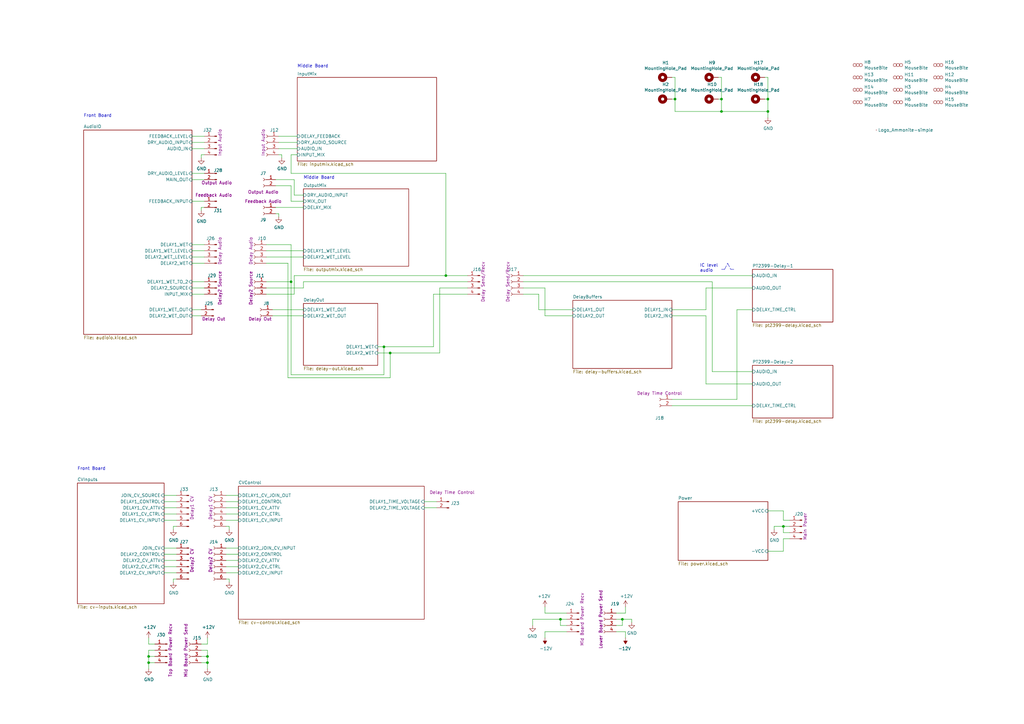
<source format=kicad_sch>
(kicad_sch (version 20211123) (generator eeschema)
  (paper "A3")
  (title_block (title "Dual Digi Delay") (date "2022-03-04") (rev "v05") (comment 2 "creativecommons.org/licenses/by/4.0/") (comment 3 "License: CC BY 4.0") (comment 4 "Author: Guy John"))
  (lib_symbols
    (symbol "Board_Hardware:Logo_Ammonite-simple" (pin_numbers hide) (pin_names (offset 0) hide)
      (property "Value" "Logo_Ammonite-simple" (at -1.27 -1.27 0))
      (symbol "Logo_Ammonite-simple_0_1"
        (circle (center 0 0) (radius 0.0001))
      )
    )
    (symbol "Connector:Conn_01x02_Female" (pin_names (offset 1.016) hide)
      (property "Reference" "J" (at 0 2.54 0))
      (property "Value" "Conn_01x02_Female" (at 0 -5.08 0))
      (symbol "Conn_01x02_Female_1_1"
        (arc (start 0 -2.032) (mid -0.508 -2.54) (end 0 -3.048) (stroke (width 0.1524)))
        (polyline (pts (xy -1.27 -2.54) (xy -0.508 -2.54)) (stroke (width 0.1524)))
        (polyline (pts (xy -1.27 0) (xy -0.508 0)) (stroke (width 0.1524)))
        (arc (start 0 0.508) (mid -0.508 0) (end 0 -0.508) (stroke (width 0.1524)))
        (pin passive line (at -5.08 0 0) (length 3.81) (name "Pin_1") (number "1"))
        (pin passive line (at -5.08 -2.54 0) (length 3.81) (name "Pin_2") (number "2"))
      )
    )
    (symbol "Connector:Conn_01x02_Male" (pin_names (offset 1.016) hide)
      (property "Reference" "J" (at 0 2.54 0))
      (property "Value" "Conn_01x02_Male" (at 0 -5.08 0))
      (symbol "Conn_01x02_Male_1_1"
        (polyline (pts (xy 1.27 -2.54) (xy 0.8636 -2.54)) (stroke (width 0.1524)))
        (polyline (pts (xy 1.27 0) (xy 0.8636 0)) (stroke (width 0.1524)))
        (rectangle (start 0.8636 -2.413) (end 0 -2.667) (stroke (width 0.1524)) (fill (type outline)))
        (rectangle (start 0.8636 0.127) (end 0 -0.127) (stroke (width 0.1524)) (fill (type outline)))
        (pin passive line (at 5.08 0 180) (length 3.81) (name "Pin_1") (number "1"))
        (pin passive line (at 5.08 -2.54 180) (length 3.81) (name "Pin_2") (number "2"))
      )
    )
    (symbol "Connector:Conn_01x03_Female" (pin_names (offset 1.016) hide)
      (property "Reference" "J" (at 0 5.08 0))
      (property "Value" "Conn_01x03_Female" (at 0 -5.08 0))
      (symbol "Conn_01x03_Female_1_1"
        (arc (start 0 -2.032) (mid -0.508 -2.54) (end 0 -3.048) (stroke (width 0.1524)))
        (polyline (pts (xy -1.27 -2.54) (xy -0.508 -2.54)) (stroke (width 0.1524)))
        (polyline (pts (xy -1.27 0) (xy -0.508 0)) (stroke (width 0.1524)))
        (polyline (pts (xy -1.27 2.54) (xy -0.508 2.54)) (stroke (width 0.1524)))
        (arc (start 0 0.508) (mid -0.508 0) (end 0 -0.508) (stroke (width 0.1524)))
        (arc (start 0 3.048) (mid -0.508 2.54) (end 0 2.032) (stroke (width 0.1524)))
        (pin passive line (at -5.08 2.54 0) (length 3.81) (name "Pin_1") (number "1"))
        (pin passive line (at -5.08 0 0) (length 3.81) (name "Pin_2") (number "2"))
        (pin passive line (at -5.08 -2.54 0) (length 3.81) (name "Pin_3") (number "3"))
      )
    )
    (symbol "Connector:Conn_01x03_Male" (pin_names (offset 1.016) hide)
      (property "Reference" "J" (at 0 5.08 0))
      (property "Value" "Conn_01x03_Male" (at 0 -5.08 0))
      (symbol "Conn_01x03_Male_1_1"
        (polyline (pts (xy 1.27 -2.54) (xy 0.8636 -2.54)) (stroke (width 0.1524)))
        (polyline (pts (xy 1.27 0) (xy 0.8636 0)) (stroke (width 0.1524)))
        (polyline (pts (xy 1.27 2.54) (xy 0.8636 2.54)) (stroke (width 0.1524)))
        (rectangle (start 0.8636 -2.413) (end 0 -2.667) (stroke (width 0.1524)) (fill (type outline)))
        (rectangle (start 0.8636 0.127) (end 0 -0.127) (stroke (width 0.1524)) (fill (type outline)))
        (rectangle (start 0.8636 2.667) (end 0 2.413) (stroke (width 0.1524)) (fill (type outline)))
        (pin passive line (at 5.08 2.54 180) (length 3.81) (name "Pin_1") (number "1"))
        (pin passive line (at 5.08 0 180) (length 3.81) (name "Pin_2") (number "2"))
        (pin passive line (at 5.08 -2.54 180) (length 3.81) (name "Pin_3") (number "3"))
      )
    )
    (symbol "Connector:Conn_01x04_Female" (pin_names (offset 1.016) hide)
      (property "Reference" "J" (at 0 5.08 0))
      (property "Value" "Conn_01x04_Female" (at 0 -7.62 0))
      (symbol "Conn_01x04_Female_1_1"
        (arc (start 0 -4.572) (mid -0.508 -5.08) (end 0 -5.588) (stroke (width 0.1524)))
        (arc (start 0 -2.032) (mid -0.508 -2.54) (end 0 -3.048) (stroke (width 0.1524)))
        (polyline (pts (xy -1.27 -5.08) (xy -0.508 -5.08)) (stroke (width 0.1524)))
        (polyline (pts (xy -1.27 -2.54) (xy -0.508 -2.54)) (stroke (width 0.1524)))
        (polyline (pts (xy -1.27 0) (xy -0.508 0)) (stroke (width 0.1524)))
        (polyline (pts (xy -1.27 2.54) (xy -0.508 2.54)) (stroke (width 0.1524)))
        (arc (start 0 0.508) (mid -0.508 0) (end 0 -0.508) (stroke (width 0.1524)))
        (arc (start 0 3.048) (mid -0.508 2.54) (end 0 2.032) (stroke (width 0.1524)))
        (pin passive line (at -5.08 2.54 0) (length 3.81) (name "Pin_1") (number "1"))
        (pin passive line (at -5.08 0 0) (length 3.81) (name "Pin_2") (number "2"))
        (pin passive line (at -5.08 -2.54 0) (length 3.81) (name "Pin_3") (number "3"))
        (pin passive line (at -5.08 -5.08 0) (length 3.81) (name "Pin_4") (number "4"))
      )
    )
    (symbol "Connector:Conn_01x04_Male" (pin_names (offset 1.016) hide)
      (property "Reference" "J" (at 0 5.08 0))
      (property "Value" "Conn_01x04_Male" (at 0 -7.62 0))
      (symbol "Conn_01x04_Male_1_1"
        (polyline (pts (xy 1.27 -5.08) (xy 0.8636 -5.08)) (stroke (width 0.1524)))
        (polyline (pts (xy 1.27 -2.54) (xy 0.8636 -2.54)) (stroke (width 0.1524)))
        (polyline (pts (xy 1.27 0) (xy 0.8636 0)) (stroke (width 0.1524)))
        (polyline (pts (xy 1.27 2.54) (xy 0.8636 2.54)) (stroke (width 0.1524)))
        (rectangle (start 0.8636 -4.953) (end 0 -5.207) (stroke (width 0.1524)) (fill (type outline)))
        (rectangle (start 0.8636 -2.413) (end 0 -2.667) (stroke (width 0.1524)) (fill (type outline)))
        (rectangle (start 0.8636 0.127) (end 0 -0.127) (stroke (width 0.1524)) (fill (type outline)))
        (rectangle (start 0.8636 2.667) (end 0 2.413) (stroke (width 0.1524)) (fill (type outline)))
        (pin passive line (at 5.08 2.54 180) (length 3.81) (name "Pin_1") (number "1"))
        (pin passive line (at 5.08 0 180) (length 3.81) (name "Pin_2") (number "2"))
        (pin passive line (at 5.08 -2.54 180) (length 3.81) (name "Pin_3") (number "3"))
        (pin passive line (at 5.08 -5.08 180) (length 3.81) (name "Pin_4") (number "4"))
      )
    )
    (symbol "Connector:Conn_01x06_Female" (pin_names (offset 1.016) hide)
      (property "Reference" "J" (at 0 7.62 0))
      (property "Value" "Conn_01x06_Female" (at 0 -10.16 0))
      (symbol "Conn_01x06_Female_1_1"
        (arc (start 0 -7.112) (mid -0.508 -7.62) (end 0 -8.128) (stroke (width 0.1524)))
        (arc (start 0 -4.572) (mid -0.508 -5.08) (end 0 -5.588) (stroke (width 0.1524)))
        (arc (start 0 -2.032) (mid -0.508 -2.54) (end 0 -3.048) (stroke (width 0.1524)))
        (polyline (pts (xy -1.27 -7.62) (xy -0.508 -7.62)) (stroke (width 0.1524)))
        (polyline (pts (xy -1.27 -5.08) (xy -0.508 -5.08)) (stroke (width 0.1524)))
        (polyline (pts (xy -1.27 -2.54) (xy -0.508 -2.54)) (stroke (width 0.1524)))
        (polyline (pts (xy -1.27 0) (xy -0.508 0)) (stroke (width 0.1524)))
        (polyline (pts (xy -1.27 2.54) (xy -0.508 2.54)) (stroke (width 0.1524)))
        (polyline (pts (xy -1.27 5.08) (xy -0.508 5.08)) (stroke (width 0.1524)))
        (arc (start 0 0.508) (mid -0.508 0) (end 0 -0.508) (stroke (width 0.1524)))
        (arc (start 0 3.048) (mid -0.508 2.54) (end 0 2.032) (stroke (width 0.1524)))
        (arc (start 0 5.588) (mid -0.508 5.08) (end 0 4.572) (stroke (width 0.1524)))
        (pin passive line (at -5.08 5.08 0) (length 3.81) (name "Pin_1") (number "1"))
        (pin passive line (at -5.08 2.54 0) (length 3.81) (name "Pin_2") (number "2"))
        (pin passive line (at -5.08 0 0) (length 3.81) (name "Pin_3") (number "3"))
        (pin passive line (at -5.08 -2.54 0) (length 3.81) (name "Pin_4") (number "4"))
        (pin passive line (at -5.08 -5.08 0) (length 3.81) (name "Pin_5") (number "5"))
        (pin passive line (at -5.08 -7.62 0) (length 3.81) (name "Pin_6") (number "6"))
      )
    )
    (symbol "Connector:Conn_01x06_Male" (pin_names (offset 1.016) hide)
      (property "Reference" "J" (at 0 7.62 0))
      (property "Value" "Conn_01x06_Male" (at 0 -10.16 0))
      (symbol "Conn_01x06_Male_1_1"
        (polyline (pts (xy 1.27 -7.62) (xy 0.8636 -7.62)) (stroke (width 0.1524)))
        (polyline (pts (xy 1.27 -5.08) (xy 0.8636 -5.08)) (stroke (width 0.1524)))
        (polyline (pts (xy 1.27 -2.54) (xy 0.8636 -2.54)) (stroke (width 0.1524)))
        (polyline (pts (xy 1.27 0) (xy 0.8636 0)) (stroke (width 0.1524)))
        (polyline (pts (xy 1.27 2.54) (xy 0.8636 2.54)) (stroke (width 0.1524)))
        (polyline (pts (xy 1.27 5.08) (xy 0.8636 5.08)) (stroke (width 0.1524)))
        (rectangle (start 0.8636 -7.493) (end 0 -7.747) (stroke (width 0.1524)) (fill (type outline)))
        (rectangle (start 0.8636 -4.953) (end 0 -5.207) (stroke (width 0.1524)) (fill (type outline)))
        (rectangle (start 0.8636 -2.413) (end 0 -2.667) (stroke (width 0.1524)) (fill (type outline)))
        (rectangle (start 0.8636 0.127) (end 0 -0.127) (stroke (width 0.1524)) (fill (type outline)))
        (rectangle (start 0.8636 2.667) (end 0 2.413) (stroke (width 0.1524)) (fill (type outline)))
        (rectangle (start 0.8636 5.207) (end 0 4.953) (stroke (width 0.1524)) (fill (type outline)))
        (pin passive line (at 5.08 5.08 180) (length 3.81) (name "Pin_1") (number "1"))
        (pin passive line (at 5.08 2.54 180) (length 3.81) (name "Pin_2") (number "2"))
        (pin passive line (at 5.08 0 180) (length 3.81) (name "Pin_3") (number "3"))
        (pin passive line (at 5.08 -2.54 180) (length 3.81) (name "Pin_4") (number "4"))
        (pin passive line (at 5.08 -5.08 180) (length 3.81) (name "Pin_5") (number "5"))
        (pin passive line (at 5.08 -7.62 180) (length 3.81) (name "Pin_6") (number "6"))
      )
    )
    (symbol "Mechanical:MountingHole_Pad" (pin_numbers hide) (pin_names (offset 1.016) hide)
      (property "Reference" "H" (at 0 6.35 0))
      (property "Value" "MountingHole_Pad" (at 0 4.445 0))
      (symbol "MountingHole_Pad_0_1"
        (circle (center 0 1.27) (radius 1.27) (stroke (width 1.27)))
      )
      (symbol "MountingHole_Pad_1_1"
        (pin input line (at 0 -2.54 90) (length 2.54) (name "1") (number "1"))
      )
    )
    (symbol "Panelization:MouseBite" (pin_names (offset 1.016))
      (property "Reference" "H" (at 0 2.54 0))
      (property "Value" "MouseBite" (at 0 -1.905 0))
      (symbol "MouseBite_0_1"
        (circle (center -1.27 0) (radius 0.635))
        (circle (center 0 0) (radius 0.635))
        (circle (center 1.27 0) (radius 0.635))
      )
    )
    (symbol "power:+12V" (power) (pin_names (offset 0))
      (property "Value" "+12V" (at 0 3.556 0))
      (symbol "+12V_0_1"
        (polyline (pts (xy -0.762 1.27) (xy 0 2.54)))
        (polyline (pts (xy 0 0) (xy 0 2.54)))
        (polyline (pts (xy 0 2.54) (xy 0.762 1.27)))
      )
      (symbol "+12V_1_1"
        (pin power_in line (at 0 0 90) (length 0) hide (name "+12V") (number "1"))
      )
    )
    (symbol "power:-12V" (power) (pin_names (offset 0))
      (property "Value" "-12V" (at 0 3.81 0))
      (symbol "-12V_0_0"
        (pin power_in line (at 0 0 90) (length 0) hide (name "-12V") (number "1"))
      )
      (symbol "-12V_0_1"
        (polyline (pts (xy 0 0) (xy 0 1.27) (xy 0.762 1.27) (xy 0 2.54) (xy -0.762 1.27) (xy 0 1.27)) (fill (type outline)))
      )
    )
    (symbol "power:GND" (power) (pin_names (offset 0))
      (property "Value" "GND" (at 0 -3.81 0))
      (symbol "GND_0_1"
        (polyline (pts (xy 0 0) (xy 0 -1.27) (xy 1.27 -1.27) (xy 0 -2.54) (xy -1.27 -1.27) (xy 0 -1.27)))
      )
      (symbol "GND_1_1"
        (pin power_in line (at 0 0 270) (length 0) hide (name "GND") (number "1"))
      )
    )
  )
  (junction (at 276.86 40.64))
  (junction (at 160.02 144.78))
  (junction (at 182.88 113.03))
  (junction (at 295.91 40.64))
  (junction (at 85.09 271.78))
  (junction (at 60.96 271.78))
  (junction (at 157.48 142.24))
  (junction (at 85.09 269.24))
  (junction (at 255.27 254))
  (junction (at 295.91 45.72))
  (junction (at 314.96 45.72))
  (junction (at 321.31 215.9))
  (junction (at 119.38 115.57))
  (junction (at 229.87 254))
  (junction (at 60.96 269.24))
  (junction (at 314.96 40.64))
  (wire (pts (xy 255.27 254) (xy 259.08 254)))
  (wire (pts (xy 124.46 127) (xy 111.76 127)))
  (wire (pts (xy 85.09 264.16) (xy 85.09 261.62)))
  (wire (pts (xy 83.82 115.57) (xy 78.74 115.57)))
  (wire (pts (xy 119.38 71.12) (xy 182.88 71.12)))
  (wire (pts (xy 121.92 63.5) (xy 119.38 63.5)))
  (wire (pts (xy 72.39 213.36) (xy 67.31 213.36)))
  (wire (pts (xy 115.57 63.5) (xy 115.57 64.77)))
  (wire (pts (xy 256.54 259.08) (xy 256.54 261.62)))
  (wire (pts (xy 82.55 264.16) (xy 85.09 264.16)))
  (wire (pts (xy 289.56 157.48) (xy 308.61 157.48)))
  (wire (pts (xy 276.86 45.72) (xy 295.91 45.72)))
  (wire (pts (xy 115.57 63.5) (xy 114.3 63.5)))
  (wire (pts (xy 177.8 120.65) (xy 177.8 142.24)))
  (wire (pts (xy 214.63 115.57) (xy 292.1 115.57)))
  (wire (pts (xy 109.22 115.57) (xy 119.38 115.57)))
  (wire (pts (xy 321.31 215.9) (xy 323.85 215.9)))
  (wire (pts (xy 292.1 152.4) (xy 308.61 152.4)))
  (polyline (pts (xy 299.72 110.49) (xy 300.99 110.49)))
  (wire (pts (xy 323.85 213.36) (xy 321.31 213.36)))
  (wire (pts (xy 67.31 205.74) (xy 72.39 205.74)))
  (wire (pts (xy 71.12 215.9) (xy 72.39 215.9)))
  (polyline (pts (xy 297.18 110.49) (xy 298.45 107.95)))
  (wire (pts (xy 314.96 209.55) (xy 321.31 209.55)))
  (wire (pts (xy 109.22 100.33) (xy 119.38 100.33)))
  (wire (pts (xy 223.52 251.46) (xy 223.52 248.92)))
  (wire (pts (xy 72.39 234.95) (xy 67.31 234.95)))
  (wire (pts (xy 182.88 113.03) (xy 191.77 113.03)))
  (wire (pts (xy 124.46 115.57) (xy 191.77 115.57)))
  (wire (pts (xy 113.03 76.2) (xy 119.38 76.2)))
  (wire (pts (xy 92.71 210.82) (xy 97.79 210.82)))
  (wire (pts (xy 83.82 58.42) (xy 78.74 58.42)))
  (wire (pts (xy 223.52 129.54) (xy 234.95 129.54)))
  (wire (pts (xy 214.63 118.11) (xy 223.52 118.11)))
  (wire (pts (xy 321.31 213.36) (xy 321.31 209.55)))
  (wire (pts (xy 60.96 264.16) (xy 60.96 261.62)))
  (polyline (pts (xy 295.91 110.49) (xy 297.18 110.49)))
  (wire (pts (xy 114.3 55.88) (xy 121.92 55.88)))
  (wire (pts (xy 63.5 269.24) (xy 60.96 269.24)))
  (wire (pts (xy 60.96 266.7) (xy 60.96 269.24)))
  (wire (pts (xy 60.96 269.24) (xy 60.96 271.78)))
  (wire (pts (xy 119.38 100.33) (xy 119.38 115.57)))
  (wire (pts (xy 302.26 127) (xy 302.26 163.83)))
  (wire (pts (xy 92.71 232.41) (xy 97.79 232.41)))
  (wire (pts (xy 229.87 256.54) (xy 229.87 254)))
  (wire (pts (xy 118.11 107.95) (xy 118.11 154.94)))
  (wire (pts (xy 78.74 71.12) (xy 83.82 71.12)))
  (wire (pts (xy 92.71 234.95) (xy 97.79 234.95)))
  (wire (pts (xy 119.38 76.2) (xy 119.38 82.55)))
  (wire (pts (xy 67.31 203.2) (xy 72.39 203.2)))
  (wire (pts (xy 289.56 127) (xy 275.59 127)))
  (wire (pts (xy 295.91 31.75) (xy 294.64 31.75)))
  (wire (pts (xy 114.3 60.96) (xy 121.92 60.96)))
  (wire (pts (xy 182.88 71.12) (xy 182.88 113.03)))
  (wire (pts (xy 232.41 256.54) (xy 229.87 256.54)))
  (wire (pts (xy 92.71 203.2) (xy 97.79 203.2)))
  (wire (pts (xy 313.69 40.64) (xy 314.96 40.64)))
  (wire (pts (xy 223.52 118.11) (xy 223.52 129.54)))
  (wire (pts (xy 289.56 129.54) (xy 275.59 129.54)))
  (wire (pts (xy 218.44 254) (xy 218.44 256.54)))
  (wire (pts (xy 302.26 163.83) (xy 275.59 163.83)))
  (wire (pts (xy 67.31 232.41) (xy 72.39 232.41)))
  (wire (pts (xy 256.54 251.46) (xy 256.54 248.92)))
  (wire (pts (xy 229.87 254) (xy 232.41 254)))
  (wire (pts (xy 109.22 107.95) (xy 118.11 107.95)))
  (wire (pts (xy 317.5 215.9) (xy 321.31 215.9)))
  (wire (pts (xy 92.71 227.33) (xy 97.79 227.33)))
  (wire (pts (xy 78.74 102.87) (xy 83.82 102.87)))
  (wire (pts (xy 218.44 254) (xy 229.87 254)))
  (wire (pts (xy 232.41 251.46) (xy 223.52 251.46)))
  (polyline (pts (xy 298.45 107.95) (xy 299.72 110.49)))
  (wire (pts (xy 92.71 213.36) (xy 97.79 213.36)))
  (wire (pts (xy 220.98 127) (xy 234.95 127)))
  (wire (pts (xy 83.82 73.66) (xy 78.74 73.66)))
  (wire (pts (xy 72.39 237.49) (xy 71.12 237.49)))
  (wire (pts (xy 60.96 271.78) (xy 60.96 274.32)))
  (wire (pts (xy 83.82 118.11) (xy 78.74 118.11)))
  (wire (pts (xy 314.96 31.75) (xy 313.69 31.75)))
  (wire (pts (xy 276.86 40.64) (xy 276.86 31.75)))
  (wire (pts (xy 92.71 215.9) (xy 93.98 215.9)))
  (wire (pts (xy 63.5 266.7) (xy 60.96 266.7)))
  (wire (pts (xy 308.61 118.11) (xy 289.56 118.11)))
  (wire (pts (xy 160.02 144.78) (xy 180.34 144.78)))
  (wire (pts (xy 252.73 251.46) (xy 256.54 251.46)))
  (wire (pts (xy 78.74 127) (xy 82.55 127)))
  (wire (pts (xy 71.12 237.49) (xy 71.12 238.76)))
  (wire (pts (xy 67.31 224.79) (xy 72.39 224.79)))
  (wire (pts (xy 179.07 208.28) (xy 173.99 208.28)))
  (wire (pts (xy 113.03 85.09) (xy 124.46 85.09)))
  (wire (pts (xy 113.03 73.66) (xy 120.65 73.66)))
  (wire (pts (xy 71.12 215.9) (xy 71.12 217.17)))
  (wire (pts (xy 252.73 254) (xy 255.27 254)))
  (wire (pts (xy 124.46 115.57) (xy 124.46 118.11)))
  (wire (pts (xy 321.31 218.44) (xy 323.85 218.44)))
  (wire (pts (xy 314.96 48.26) (xy 314.96 45.72)))
  (wire (pts (xy 154.94 142.24) (xy 157.48 142.24)))
  (wire (pts (xy 289.56 129.54) (xy 289.56 157.48)))
  (wire (pts (xy 276.86 40.64) (xy 276.86 45.72)))
  (wire (pts (xy 252.73 259.08) (xy 256.54 259.08)))
  (wire (pts (xy 295.91 40.64) (xy 295.91 31.75)))
  (wire (pts (xy 82.55 85.09) (xy 83.82 85.09)))
  (wire (pts (xy 314.96 226.06) (xy 321.31 226.06)))
  (wire (pts (xy 114.3 87.63) (xy 114.3 88.9)))
  (wire (pts (xy 177.8 120.65) (xy 191.77 120.65)))
  (wire (pts (xy 289.56 118.11) (xy 289.56 127)))
  (wire (pts (xy 120.65 73.66) (xy 120.65 80.01)))
  (wire (pts (xy 180.34 118.11) (xy 180.34 144.78)))
  (wire (pts (xy 109.22 102.87) (xy 124.46 102.87)))
  (wire (pts (xy 83.82 60.96) (xy 78.74 60.96)))
  (wire (pts (xy 259.08 254) (xy 259.08 255.27)))
  (wire (pts (xy 252.73 256.54) (xy 255.27 256.54)))
  (wire (pts (xy 294.64 40.64) (xy 295.91 40.64)))
  (wire (pts (xy 157.48 142.24) (xy 177.8 142.24)))
  (wire (pts (xy 78.74 129.54) (xy 82.55 129.54)))
  (wire (pts (xy 92.71 229.87) (xy 97.79 229.87)))
  (wire (pts (xy 314.96 40.64) (xy 314.96 31.75)))
  (wire (pts (xy 67.31 227.33) (xy 72.39 227.33)))
  (wire (pts (xy 85.09 271.78) (xy 85.09 274.32)))
  (wire (pts (xy 276.86 31.75) (xy 275.59 31.75)))
  (wire (pts (xy 214.63 113.03) (xy 308.61 113.03)))
  (wire (pts (xy 120.65 120.65) (xy 109.22 120.65)))
  (wire (pts (xy 93.98 215.9) (xy 93.98 217.17)))
  (wire (pts (xy 321.31 220.98) (xy 321.31 226.06)))
  (wire (pts (xy 63.5 264.16) (xy 60.96 264.16)))
  (wire (pts (xy 154.94 144.78) (xy 160.02 144.78)))
  (wire (pts (xy 220.98 120.65) (xy 220.98 127)))
  (wire (pts (xy 323.85 220.98) (xy 321.31 220.98)))
  (wire (pts (xy 67.31 208.28) (xy 72.39 208.28)))
  (wire (pts (xy 82.55 269.24) (xy 85.09 269.24)))
  (wire (pts (xy 82.55 63.5) (xy 83.82 63.5)))
  (wire (pts (xy 180.34 118.11) (xy 191.77 118.11)))
  (wire (pts (xy 314.96 45.72) (xy 314.96 40.64)))
  (wire (pts (xy 92.71 205.74) (xy 97.79 205.74)))
  (wire (pts (xy 321.31 218.44) (xy 321.31 215.9)))
  (wire (pts (xy 275.59 166.37) (xy 308.61 166.37)))
  (wire (pts (xy 109.22 118.11) (xy 124.46 118.11)))
  (wire (pts (xy 223.52 259.08) (xy 223.52 261.62)))
  (wire (pts (xy 120.65 80.01) (xy 124.46 80.01)))
  (wire (pts (xy 67.31 229.87) (xy 72.39 229.87)))
  (wire (pts (xy 78.74 105.41) (xy 83.82 105.41)))
  (wire (pts (xy 160.02 144.78) (xy 160.02 154.94)))
  (wire (pts (xy 83.82 82.55) (xy 78.74 82.55)))
  (wire (pts (xy 302.26 127) (xy 308.61 127)))
  (wire (pts (xy 119.38 82.55) (xy 124.46 82.55)))
  (wire (pts (xy 223.52 259.08) (xy 232.41 259.08)))
  (wire (pts (xy 214.63 120.65) (xy 220.98 120.65)))
  (wire (pts (xy 118.11 154.94) (xy 160.02 154.94)))
  (wire (pts (xy 78.74 100.33) (xy 83.82 100.33)))
  (wire (pts (xy 119.38 153.67) (xy 157.48 153.67)))
  (wire (pts (xy 85.09 269.24) (xy 85.09 271.78)))
  (wire (pts (xy 114.3 87.63) (xy 113.03 87.63)))
  (wire (pts (xy 67.31 210.82) (xy 72.39 210.82)))
  (wire (pts (xy 83.82 120.65) (xy 78.74 120.65)))
  (wire (pts (xy 63.5 271.78) (xy 60.96 271.78)))
  (wire (pts (xy 119.38 63.5) (xy 119.38 71.12)))
  (wire (pts (xy 82.55 85.09) (xy 82.55 86.36)))
  (wire (pts (xy 109.22 105.41) (xy 124.46 105.41)))
  (wire (pts (xy 93.98 237.49) (xy 93.98 238.76)))
  (wire (pts (xy 82.55 63.5) (xy 82.55 64.77)))
  (wire (pts (xy 295.91 40.64) (xy 295.91 45.72)))
  (wire (pts (xy 92.71 237.49) (xy 93.98 237.49)))
  (wire (pts (xy 292.1 115.57) (xy 292.1 152.4)))
  (wire (pts (xy 78.74 55.88) (xy 83.82 55.88)))
  (wire (pts (xy 317.5 215.9) (xy 317.5 217.17)))
  (wire (pts (xy 78.74 107.95) (xy 83.82 107.95)))
  (wire (pts (xy 157.48 153.67) (xy 157.48 142.24)))
  (wire (pts (xy 119.38 115.57) (xy 119.38 153.67)))
  (wire (pts (xy 114.3 58.42) (xy 121.92 58.42)))
  (wire (pts (xy 295.91 45.72) (xy 314.96 45.72)))
  (wire (pts (xy 255.27 256.54) (xy 255.27 254)))
  (wire (pts (xy 179.07 205.74) (xy 173.99 205.74)))
  (wire (pts (xy 82.55 271.78) (xy 85.09 271.78)))
  (wire (pts (xy 85.09 266.7) (xy 85.09 269.24)))
  (wire (pts (xy 111.76 129.54) (xy 124.46 129.54)))
  (wire (pts (xy 92.71 224.79) (xy 97.79 224.79)))
  (wire (pts (xy 275.59 40.64) (xy 276.86 40.64)))
  (wire (pts (xy 92.71 208.28) (xy 97.79 208.28)))
  (wire (pts (xy 82.55 266.7) (xy 85.09 266.7)))
  (wire (pts (xy 120.65 113.03) (xy 120.65 120.65)))
  (wire (pts (xy 120.65 113.03) (xy 182.88 113.03)))
  (text "IC level\naudio" (at 287.02 111.76 0) (effects (font (size 1.27 1.27)) (justify left bottom)))
  (text "Middle Board" (at 121.92 27.94 0) (effects (font (size 1.27 1.27)) (justify left bottom)))
  (text "Front Board" (at 34.29 48.26 0) (effects (font (size 1.27 1.27)) (justify left bottom)))
  (text "Front Board" (at 31.75 193.04 0) (effects (font (size 1.27 1.27)) (justify left bottom)))
  (text "Middle Board" (at 124.46 73.66 0) (effects (font (size 1.27 1.27)) (justify left bottom)))
  (symbol (lib_id "Mechanical:MountingHole_Pad") (at 273.05 31.75 90) (unit 1)
    (property "Reference" "H1" (at 272.9738 25.7302 90))
    (property "Value" "MountingHole_Pad" (at 272.9738 28.0416 90))
    (property "Footprint" "MountingHole:MountingHole_3.2mm_M3_Pad" (effects hide))
  )
  (symbol (lib_id "Mechanical:MountingHole_Pad") (at 292.1 31.75 90) (unit 1)
    (property "Reference" "H9" (at 292.0238 25.7302 90))
    (property "Value" "MountingHole_Pad" (at 292.0238 28.0416 90))
    (property "Footprint" "MountingHole:MountingHole_3.2mm_M3_Pad" (effects hide))
  )
  (symbol (lib_id "Mechanical:MountingHole_Pad") (at 292.1 40.64 90) (unit 1)
    (property "Reference" "H10" (at 292.0238 34.6202 90))
    (property "Value" "MountingHole_Pad" (at 292.0238 36.9316 90))
    (property "Footprint" "MountingHole:MountingHole_3.2mm_M3_Pad" (effects hide))
  )
  (symbol (lib_id "Mechanical:MountingHole_Pad") (at 273.05 40.64 90) (unit 1)
    (property "Reference" "H2" (at 272.9738 34.6202 90))
    (property "Value" "MountingHole_Pad" (at 272.9738 36.9316 90))
    (property "Footprint" "MountingHole:MountingHole_3.2mm_M3_Pad" (effects hide))
  )
  (symbol (lib_id "Mechanical:MountingHole_Pad") (at 311.15 31.75 90) (unit 1)
    (property "Reference" "H17" (at 311.0738 25.7302 90))
    (property "Value" "MountingHole_Pad" (at 311.0738 28.0416 90))
    (property "Footprint" "MountingHole:MountingHole_3.2mm_M3_Pad" (effects hide))
  )
  (symbol (lib_id "Mechanical:MountingHole_Pad") (at 311.15 40.64 90) (unit 1)
    (property "Reference" "H18" (at 311.0738 34.6202 90))
    (property "Value" "MountingHole_Pad" (at 311.0738 36.9316 90))
    (property "Footprint" "MountingHole:MountingHole_3.2mm_M3_Pad" (effects hide))
  )
  (symbol (lib_id "power:GND") (at 314.96 48.26 0) (unit 1)
    (property "Reference" "#PWR0101" (effects hide))
    (property "Value" "GND" (at 315.087 52.6542 0))
  )
  (symbol (lib_id "power:+12V") (at 256.54 248.92 0) (unit 1)
    (property "Reference" "#PWR0103" (effects hide))
    (property "Value" "+12V" (at 256.921 244.5258 0))
  )
  (symbol (lib_id "power:-12V") (at 256.54 261.62 180) (unit 1)
    (property "Reference" "#PWR0104" (effects hide))
    (property "Value" "-12V" (at 256.159 266.0142 0))
  )
  (symbol (lib_id "Connector:Conn_01x03_Female") (at 104.14 118.11 0) (mirror y) (unit 1)
    (property "Reference" "J11" (at 106.68 113.03 0))
    (property "Value" "Conn_1x03_Skt" (effects hide))
    (property "Footprint" "Connector_PinSocket_2.54mm:PinSocket_1x03_P2.54mm_Vertical" (effects hide))
    (property "Note" "Delay2 Source" (at 102.87 118.11 90))
  )
  (symbol (lib_id "Connector:Conn_01x03_Male") (at 88.9 118.11 0) (mirror y) (unit 1)
    (property "Reference" "J29" (at 85.09 113.03 0) (effects (justify right)))
    (property "Value" "Conn_1x03_Pin" (effects hide))
    (property "Footprint" "Connector_PinHeader_2.54mm:PinHeader_1x03_P2.54mm_Vertical" (effects hide))
    (property "Note" "Delay2 Source" (at 90.17 118.11 90))
  )
  (symbol (lib_id "Connector:Conn_01x04_Male") (at 88.9 102.87 0) (mirror y) (unit 1)
    (property "Reference" "J26" (at 86.36 97.79 0))
    (property "Value" "Conn_1x04_Pin" (effects hide))
    (property "Footprint" "Connector_PinHeader_2.54mm:PinHeader_1x04_P2.54mm_Vertical" (effects hide))
    (property "Note" "Delay Audio" (at 90.17 102.87 90))
  )
  (symbol (lib_id "Connector:Conn_01x04_Female") (at 104.14 102.87 0) (mirror y) (unit 1)
    (property "Reference" "J10" (at 109.22 97.79 0) (effects (justify left)))
    (property "Value" "Conn_1x04_Skt" (effects hide))
    (property "Footprint" "Connector_PinSocket_2.54mm:PinSocket_1x04_P2.54mm_Vertical" (effects hide))
    (property "Note" "Delay Audio" (at 102.87 102.87 90))
  )
  (symbol (lib_id "Connector:Conn_01x04_Female") (at 77.47 266.7 0) (mirror y) (unit 1)
    (property "Reference" "J15" (at 82.55 261.62 0) (effects (justify left)))
    (property "Value" "Conn_1x04_Skt" (effects hide))
    (property "Footprint" "Connector_PinSocket_2.54mm:PinSocket_1x04_P2.54mm_Vertical" (effects hide))
    (property "Note" "Mid Board Power Send" (at 76.2 266.7 90))
  )
  (symbol (lib_id "power:+12V") (at 85.09 261.62 0) (unit 1)
    (property "Reference" "#PWR0119" (effects hide))
    (property "Value" "+12V" (at 85.471 257.2258 0))
  )
  (symbol (lib_id "power:GND") (at 85.09 274.32 0) (unit 1)
    (property "Reference" "#PWR0120" (effects hide))
    (property "Value" "GND" (at 85.217 278.7142 0))
  )
  (symbol (lib_id "Connector:Conn_01x02_Male") (at 184.15 205.74 0) (mirror y) (unit 1)
    (property "Reference" "J23" (at 184.8612 206.4004 0) (effects (justify right)))
    (property "Value" "Conn_1x02_Pin" (effects hide))
    (property "Footprint" "Connector_PinHeader_2.54mm:PinHeader_1x02_P2.54mm_Vertical" (effects hide))
    (property "Note" "Delay Time Control" (at 185.42 201.93 0))
  )
  (symbol (lib_id "power:+12V") (at 60.96 261.62 0) (unit 1)
    (property "Reference" "#PWR0121" (effects hide))
    (property "Value" "+12V" (at 61.341 257.2258 0))
  )
  (symbol (lib_id "power:GND") (at 60.96 274.32 0) (unit 1)
    (property "Reference" "#PWR0122" (effects hide))
    (property "Value" "GND" (at 61.087 278.7142 0))
  )
  (symbol (lib_id "power:GND") (at 82.55 86.36 0) (unit 1)
    (property "Reference" "#PWR0126" (effects hide))
    (property "Value" "GND" (at 82.677 90.7542 0))
  )
  (symbol (lib_id "power:GND") (at 82.55 64.77 0) (unit 1)
    (property "Reference" "#PWR0127" (effects hide))
    (property "Value" "GND" (at 82.677 69.1642 0))
  )
  (symbol (lib_id "power:GND") (at 114.3 88.9 0) (unit 1)
    (property "Reference" "#PWR0128" (effects hide))
    (property "Value" "GND" (at 114.427 93.2942 0))
  )
  (symbol (lib_id "power:GND") (at 115.57 64.77 0) (unit 1)
    (property "Reference" "#PWR0129" (effects hide))
    (property "Value" "GND" (at 115.697 69.1642 0))
  )
  (symbol (lib_id "power:-12V") (at 223.52 261.62 0) (mirror x) (unit 1)
    (property "Reference" "#PWR014" (effects hide))
    (property "Value" "-12V" (at 223.901 266.0142 0))
  )
  (symbol (lib_id "power:+12V") (at 223.52 248.92 0) (mirror y) (unit 1)
    (property "Reference" "#PWR013" (effects hide))
    (property "Value" "+12V" (at 223.139 244.5258 0))
  )
  (symbol (lib_id "power:GND") (at 218.44 256.54 0) (mirror y) (unit 1)
    (property "Reference" "#PWR012" (effects hide))
    (property "Value" "GND" (at 218.313 260.9342 0))
  )
  (symbol (lib_id "Panelization:MouseBite") (at 351.79 26.67 0) (unit 1) (in_bom no)
    (property "Reference" "H8" (at 354.4062 25.5016 0) (effects (justify left)))
    (property "Value" "MouseBite" (at 354.4062 27.813 0) (effects (justify left)))
    (property "Footprint" "Panelization:mouse-bite-2mm-slot" (effects hide))
  )
  (symbol (lib_id "Panelization:MouseBite") (at 351.79 31.75 0) (unit 1) (in_bom no)
    (property "Reference" "H13" (at 354.4062 30.5816 0) (effects (justify left)))
    (property "Value" "MouseBite" (at 354.4062 32.893 0) (effects (justify left)))
    (property "Footprint" "Panelization:mouse-bite-2mm-slot" (effects hide))
  )
  (symbol (lib_id "Panelization:MouseBite") (at 351.79 36.83 0) (unit 1) (in_bom no)
    (property "Reference" "H14" (at 354.4062 35.6616 0) (effects (justify left)))
    (property "Value" "MouseBite" (at 354.4062 37.973 0) (effects (justify left)))
    (property "Footprint" "Panelization:mouse-bite-2mm-slot" (effects hide))
  )
  (symbol (lib_id "Panelization:MouseBite") (at 351.79 41.91 0) (unit 1) (in_bom no)
    (property "Reference" "H7" (at 354.4062 40.7416 0) (effects (justify left)))
    (property "Value" "MouseBite" (at 354.4062 43.053 0) (effects (justify left)))
    (property "Footprint" "Panelization:mouse-bite-2mm-slot" (effects hide))
  )
  (symbol (lib_id "Panelization:MouseBite") (at 368.3 26.67 0) (unit 1) (in_bom no)
    (property "Reference" "H5" (at 370.9162 25.5016 0) (effects (justify left)))
    (property "Value" "MouseBite" (at 370.9162 27.813 0) (effects (justify left)))
    (property "Footprint" "Panelization:mouse-bite-2mm-slot" (effects hide))
  )
  (symbol (lib_id "Panelization:MouseBite") (at 368.3 31.75 0) (unit 1) (in_bom no)
    (property "Reference" "H11" (at 370.9162 30.5816 0) (effects (justify left)))
    (property "Value" "MouseBite" (at 370.9162 32.893 0) (effects (justify left)))
    (property "Footprint" "Panelization:mouse-bite-2mm-slot" (effects hide))
  )
  (symbol (lib_id "Panelization:MouseBite") (at 368.3 36.83 0) (unit 1) (in_bom no)
    (property "Reference" "H3" (at 370.9162 35.6616 0) (effects (justify left)))
    (property "Value" "MouseBite" (at 370.9162 37.973 0) (effects (justify left)))
    (property "Footprint" "Panelization:mouse-bite-2mm-slot" (effects hide))
  )
  (symbol (lib_id "Panelization:MouseBite") (at 368.3 41.91 0) (unit 1) (in_bom no)
    (property "Reference" "H6" (at 370.9162 40.7416 0) (effects (justify left)))
    (property "Value" "MouseBite" (at 370.9162 43.053 0) (effects (justify left)))
    (property "Footprint" "Panelization:mouse-bite-2mm-slot" (effects hide))
  )
  (symbol (lib_id "Panelization:MouseBite") (at 384.81 26.67 0) (unit 1) (in_bom no)
    (property "Reference" "H16" (at 387.4262 25.5016 0) (effects (justify left)))
    (property "Value" "MouseBite" (at 387.4262 27.813 0) (effects (justify left)))
    (property "Footprint" "Panelization:mouse-bite-2mm-slot" (effects hide))
  )
  (symbol (lib_id "Panelization:MouseBite") (at 384.81 31.75 0) (unit 1) (in_bom no)
    (property "Reference" "H12" (at 387.4262 30.5816 0) (effects (justify left)))
    (property "Value" "MouseBite" (at 387.4262 32.893 0) (effects (justify left)))
    (property "Footprint" "Panelization:mouse-bite-2mm-slot" (effects hide))
  )
  (symbol (lib_id "Panelization:MouseBite") (at 384.81 36.83 0) (unit 1) (in_bom no)
    (property "Reference" "H4" (at 387.4262 35.6616 0) (effects (justify left)))
    (property "Value" "MouseBite" (at 387.4262 37.973 0) (effects (justify left)))
    (property "Footprint" "Panelization:mouse-bite-2mm-slot" (effects hide))
  )
  (symbol (lib_id "Panelization:MouseBite") (at 384.81 41.91 0) (unit 1) (in_bom no)
    (property "Reference" "H15" (at 387.4262 40.7416 0) (effects (justify left)))
    (property "Value" "MouseBite" (at 387.4262 43.053 0) (effects (justify left)))
    (property "Footprint" "Panelization:mouse-bite-2mm-slot" (effects hide))
  )
  (symbol (lib_id "Board_Hardware:Logo_Ammonite-simple") (at 359.41 53.34 0) (unit 1) (in_bom no)
    (property "Reference" "H19" (effects hide))
    (property "Value" "Logo_Ammonite-simple" (at 360.1212 53.34 0) (effects (justify left)))
    (property "Footprint" "Rumblesan_Footprints:Logo_Ammonite-simple_10.4mmx12.0mm" (effects hide))
  )
  (symbol (lib_id "power:GND") (at 93.98 238.76 0) (unit 1)
    (property "Reference" "#PWR0130" (effects hide))
    (property "Value" "GND" (at 94.107 243.1542 0))
  )
  (symbol (lib_id "power:GND") (at 71.12 238.76 0) (unit 1)
    (property "Reference" "#PWR0131" (effects hide))
    (property "Value" "GND" (at 71.247 243.1542 0))
  )
  (symbol (lib_id "power:GND") (at 93.98 217.17 0) (unit 1)
    (property "Reference" "#PWR0132" (effects hide))
    (property "Value" "GND" (at 94.107 221.5642 0))
  )
  (symbol (lib_id "power:GND") (at 71.12 217.17 0) (unit 1)
    (property "Reference" "#PWR0133" (effects hide))
    (property "Value" "GND" (at 71.247 221.5642 0))
  )
  (symbol (lib_id "power:GND") (at 317.5 217.17 0) (unit 1)
    (property "Reference" "#PWR09" (effects hide))
    (property "Value" "GND" (at 317.627 221.5642 0))
  )
  (symbol (lib_id "Connector:Conn_01x02_Female") (at 270.51 163.83 0) (mirror y) (unit 1)
    (property "Reference" "J18" (at 270.51 171.45 0))
    (property "Value" "Conn_1x04_Skt" (effects hide))
    (property "Footprint" "Connector_PinSocket_2.54mm:PinSocket_1x02_P2.54mm_Vertical" (effects hide))
    (property "Note" "Delay Time Control" (at 270.51 161.29 0))
  )
  (symbol (lib_id "Connector:Conn_01x04_Female") (at 109.22 58.42 0) (mirror y) (unit 1)
    (property "Reference" "J12" (at 114.3 53.34 0) (effects (justify left)))
    (property "Value" "Conn_1x04_Skt" (effects hide))
    (property "Footprint" "Connector_PinSocket_2.54mm:PinSocket_1x04_P2.54mm_Vertical" (effects hide))
    (property "Note" "Input Audio" (at 107.95 58.42 90))
  )
  (symbol (lib_id "Connector:Conn_01x04_Male") (at 88.9 58.42 0) (mirror y) (unit 1)
    (property "Reference" "J32" (at 85.09 53.34 0))
    (property "Value" "Conn_1x04_Pin" (effects hide))
    (property "Footprint" "Connector_PinHeader_2.54mm:PinHeader_1x04_P2.54mm_Vertical" (effects hide))
    (property "Note" "Input Audio" (at 90.17 58.42 90))
  )
  (symbol (lib_id "Connector:Conn_01x04_Male") (at 328.93 215.9 0) (mirror y) (unit 1)
    (property "Reference" "J20" (at 327.66 210.82 0))
    (property "Value" "Molex_1x04_KK-254" (effects hide))
    (property "Footprint" "Rumblesan_Footprints:Molex_KK-254_AE-6410-04A_1x04_P2.54mm_Vertical" (effects hide))
    (property "Note" "Main Power" (at 330.2 215.9 90))
  )
  (symbol (lib_id "power:GND") (at 259.08 255.27 0) (unit 1)
    (property "Reference" "#PWR07" (effects hide))
    (property "Value" "GND" (at 259.207 259.6642 0))
  )
  (symbol (lib_id "Connector:Conn_01x04_Female") (at 247.65 254 0) (mirror y) (unit 1)
    (property "Reference" "J19" (at 254 247.65 0) (effects (justify left)))
    (property "Value" "Conn_1x04_Skt" (effects hide))
    (property "Footprint" "Connector_PinSocket_2.54mm:PinSocket_1x04_P2.54mm_Vertical" (effects hide))
    (property "Note" "Lower Board Power Send" (at 246.38 254 90))
  )
  (symbol (lib_id "Connector:Conn_01x04_Male") (at 237.49 254 0) (mirror y) (unit 1)
    (property "Reference" "J24" (at 233.68 247.65 0))
    (property "Value" "Conn_1x04_Pin" (effects hide))
    (property "Footprint" "Connector_PinHeader_2.54mm:PinHeader_1x04_P2.54mm_Vertical" (effects hide))
    (property "Note" "Mid Board Power Recv" (at 238.76 254 90))
  )
  (symbol (lib_id "Connector:Conn_01x04_Male") (at 68.58 266.7 0) (mirror y) (unit 1)
    (property "Reference" "J30" (at 66.04 260.35 0))
    (property "Value" "Conn_1x04_Pin" (effects hide))
    (property "Footprint" "Connector_PinHeader_2.54mm:PinHeader_1x04_P2.54mm_Vertical" (effects hide))
    (property "Note" "Top Board Power Recv" (at 69.85 266.7 90))
  )
  (symbol (lib_id "Connector:Conn_01x02_Female") (at 106.68 127 0) (mirror y) (unit 1)
    (property "Reference" "J8" (at 109.22 124.46 0))
    (property "Value" "Conn_1x02_Skt" (effects hide))
    (property "Footprint" "Connector_PinSocket_2.54mm:PinSocket_1x02_P2.54mm_Vertical" (effects hide))
    (property "Note" "Delay Out" (at 106.68 130.81 0))
  )
  (symbol (lib_id "Connector:Conn_01x02_Male") (at 87.63 127 0) (mirror y) (unit 1)
    (property "Reference" "J25" (at 83.82 124.46 0) (effects (justify right)))
    (property "Value" "Conn_1x02_Pin" (effects hide))
    (property "Footprint" "Connector_PinHeader_2.54mm:PinHeader_1x02_P2.54mm_Vertical" (effects hide))
    (property "Note" "Delay Out" (at 87.63 130.81 0))
  )
  (symbol (lib_id "Connector:Conn_01x02_Male") (at 88.9 71.12 0) (mirror y) (unit 1)
    (property "Reference" "J28" (at 87.63 69.85 0) (effects (justify right)))
    (property "Value" "Conn_1x02_Pin" (effects hide))
    (property "Footprint" "Connector_PinHeader_2.54mm:PinHeader_1x02_P2.54mm_Vertical" (effects hide))
    (property "Note" "Output Audio" (at 88.9 74.93 0))
  )
  (symbol (lib_id "Connector:Conn_01x02_Female") (at 107.95 73.66 0) (mirror y) (unit 1)
    (property "Reference" "J7" (at 107.95 71.12 0))
    (property "Value" "Conn_1x02_Skt" (effects hide))
    (property "Footprint" "Connector_PinSocket_2.54mm:PinSocket_1x02_P2.54mm_Vertical" (effects hide))
    (property "Note" "Output Audio" (at 107.95 78.74 0))
  )
  (symbol (lib_id "Connector:Conn_01x02_Female") (at 107.95 85.09 0) (mirror y) (unit 1)
    (property "Reference" "J9" (at 107.95 90.17 0))
    (property "Value" "Conn_1x02_Skt" (effects hide))
    (property "Footprint" "Connector_PinSocket_2.54mm:PinSocket_1x02_P2.54mm_Vertical" (effects hide))
    (property "Note" "Feedback Audio" (at 107.95 82.55 0))
  )
  (symbol (lib_id "Connector:Conn_01x02_Male") (at 88.9 82.55 0) (mirror y) (unit 1)
    (property "Reference" "J31" (at 87.63 86.36 0) (effects (justify right)))
    (property "Value" "Conn_1x02_Pin" (effects hide))
    (property "Footprint" "Connector_PinHeader_2.54mm:PinHeader_1x02_P2.54mm_Vertical" (effects hide))
    (property "Note" "Feedback Audio" (at 87.63 80.01 0))
  )
  (symbol (lib_id "Connector:Conn_01x06_Male") (at 77.47 229.87 0) (mirror y) (unit 1)
    (property "Reference" "J27" (at 73.66 222.25 0) (effects (justify right)))
    (property "Value" "Conn_1x06_Pin" (effects hide))
    (property "Footprint" "Connector_PinHeader_2.54mm:PinHeader_1x06_P2.54mm_Vertical" (effects hide))
    (property "Note" "Delay2 CV" (at 78.74 229.87 90))
  )
  (symbol (lib_id "Connector:Conn_01x06_Female") (at 87.63 229.87 0) (mirror y) (unit 1)
    (property "Reference" "J14" (at 87.63 222.25 0))
    (property "Value" "Conn_1x06_Skt" (effects hide))
    (property "Footprint" "Connector_PinSocket_2.54mm:PinSocket_1x06_P2.54mm_Vertical" (effects hide))
    (property "Note" "Delay2 CV" (at 86.36 229.87 90))
  )
  (symbol (lib_id "Connector:Conn_01x06_Male") (at 77.47 208.28 0) (mirror y) (unit 1)
    (property "Reference" "J33" (at 73.66 200.66 0) (effects (justify right)))
    (property "Value" "Conn_1x06_Pin" (effects hide))
    (property "Footprint" "Connector_PinHeader_2.54mm:PinHeader_1x06_P2.54mm_Vertical" (effects hide))
    (property "Note" "Delay1 CV" (at 78.74 208.28 90))
  )
  (symbol (lib_id "Connector:Conn_01x06_Female") (at 87.63 208.28 0) (mirror y) (unit 1)
    (property "Reference" "J13" (at 87.63 200.66 0))
    (property "Value" "Conn_1x06_Skt" (effects hide))
    (property "Footprint" "Connector_PinSocket_2.54mm:PinSocket_1x06_P2.54mm_Vertical" (effects hide))
    (property "Note" "Delay1 CV" (at 86.36 208.28 90))
  )
  (symbol (lib_id "Connector:Conn_01x04_Male") (at 196.85 115.57 0) (mirror y) (unit 1)
    (property "Reference" "J16" (at 195.58 110.49 0))
    (property "Value" "Conn_1x04_Pin" (effects hide))
    (property "Footprint" "Connector_PinHeader_2.54mm:PinHeader_1x04_P2.54mm_Vertical" (effects hide))
    (property "Note" "Delay Send/Recv" (at 198.12 115.57 90))
  )
  (symbol (lib_id "Connector:Conn_01x04_Female") (at 209.55 115.57 0) (mirror y) (unit 1)
    (property "Reference" "J17" (at 212.09 110.49 0) (effects (justify left)))
    (property "Value" "Conn_1x04_Skt" (effects hide))
    (property "Footprint" "Connector_PinSocket_2.54mm:PinSocket_1x04_P2.54mm_Vertical" (effects hide))
    (property "Note" "Delay Send/Recv" (at 208.28 115.57 90))
  )
  (sheet (at 278.13 205.74) (size 36.83 24.13)
    (property "Sheet name" "Power" (at 278.13 205.0284 0) (effects (justify left bottom)))
    (property "Sheet file" "power.kicad_sch" (at 278.13 230.4546 0) (effects (justify left top)))
    (pin "+VCC" input (at 314.96 209.55 0))
    (pin "-VCC" input (at 314.96 226.06 0))
  )
  (sheet (at 31.75 198.12) (size 35.56 49.53)
    (property "Sheet name" "CVInputs" (at 31.75 197.4084 0) (effects (justify left bottom)))
    (property "Sheet file" "cv-inputs.kicad_sch" (at 31.75 248.2346 0) (effects (justify left top)))
    (pin "DELAY1_CV_INPUT" input (at 67.31 213.36 0))
    (pin "DELAY1_CV_ATTV" input (at 67.31 208.28 0))
    (pin "JOIN_CV_SOURCE" input (at 67.31 203.2 0))
    (pin "JOIN_CV" input (at 67.31 224.79 0))
    (pin "DELAY2_CV_INPUT" input (at 67.31 234.95 0))
    (pin "DELAY2_CV_ATTV" input (at 67.31 229.87 0))
    (pin "DELAY1_CONTROL" input (at 67.31 205.74 0))
    (pin "DELAY2_CV_CTRL" input (at 67.31 232.41 0))
    (pin "DELAY2_CONTROL" input (at 67.31 227.33 0))
    (pin "DELAY1_CV_CTRL" input (at 67.31 210.82 0))
  )
  (sheet (at 308.61 149.86) (size 33.02 21.59)
    (property "Sheet name" "PT2399-Delay-2" (at 308.61 149.1484 0) (effects (justify left bottom)))
    (property "Sheet file" "pt2399-delay.kicad_sch" (at 308.61 172.0346 0) (effects (justify left top)))
    (pin "AUDIO_IN" input (at 308.61 152.4 180))
    (pin "AUDIO_OUT" input (at 308.61 157.48 180))
    (pin "DELAY_TIME_CTRL" input (at 308.61 166.37 180))
  )
  (sheet (at 234.95 123.19) (size 40.64 27.94)
    (property "Sheet name" "DelayBuffers" (at 234.95 122.4784 0) (effects (justify left bottom)))
    (property "Sheet file" "delay-buffers.kicad_sch" (at 234.95 151.7146 0) (effects (justify left top)))
    (pin "DELAY1_IN" input (at 275.59 127 0))
    (pin "DELAY2_IN" input (at 275.59 129.54 0))
    (pin "DELAY1_OUT" input (at 234.95 127 180))
    (pin "DELAY2_OUT" input (at 234.95 129.54 180))
  )
  (sheet (at 124.46 124.46) (size 30.48 25.4)
    (property "Sheet name" "DelayOut" (at 124.46 123.7484 0) (effects (justify left bottom)))
    (property "Sheet file" "delay-out.kicad_sch" (at 124.46 150.4446 0) (effects (justify left top)))
    (pin "DELAY1_WET" input (at 154.94 142.24 0))
    (pin "DELAY2_WET" input (at 154.94 144.78 0))
    (pin "DELAY1_WET_OUT" input (at 124.46 127 180))
    (pin "DELAY2_WET_OUT" input (at 124.46 129.54 180))
  )
  (sheet (at 34.29 53.34) (size 44.45 83.82)
    (property "Sheet name" "AudioIO" (at 34.29 52.6284 0) (effects (justify left bottom)))
    (property "Sheet file" "audioio.kicad_sch" (at 34.29 137.7446 0) (effects (justify left top)))
    (pin "AUDIO_IN" input (at 78.74 60.96 0))
    (pin "DRY_AUDIO_LEVEL" input (at 78.74 71.12 0))
    (pin "DELAY1_WET" input (at 78.74 100.33 0))
    (pin "DELAY2_WET" input (at 78.74 107.95 0))
    (pin "DELAY1_WET_LEVEL" input (at 78.74 102.87 0))
    (pin "DELAY2_WET_LEVEL" input (at 78.74 105.41 0))
    (pin "FEEDBACK_LEVEL" input (at 78.74 55.88 0))
    (pin "DRY_AUDIO_INPUT" input (at 78.74 58.42 0))
    (pin "FEEDBACK_INPUT" input (at 78.74 82.55 0))
    (pin "MAIN_OUT" input (at 78.74 73.66 0))
    (pin "DELAY1_WET_OUT" input (at 78.74 127 0))
    (pin "DELAY2_WET_OUT" input (at 78.74 129.54 0))
    (pin "INPUT_MIX" input (at 78.74 120.65 0))
    (pin "DELAY2_SOURCE" input (at 78.74 118.11 0))
    (pin "DELAY1_WET_TO_2" input (at 78.74 115.57 0))
  )
  (sheet (at 124.46 77.47) (size 43.18 31.75)
    (property "Sheet name" "OutputMix" (at 124.46 76.7584 0) (effects (justify left bottom)))
    (property "Sheet file" "outputmix.kicad_sch" (at 124.46 109.8046 0) (effects (justify left top)))
    (pin "DELAY_MIX" input (at 124.46 85.09 180))
    (pin "MIX_OUT" input (at 124.46 82.55 180))
    (pin "DRY_AUDIO_INPUT" input (at 124.46 80.01 180))
    (pin "DELAY2_WET_LEVEL" input (at 124.46 105.41 180))
    (pin "DELAY1_WET_LEVEL" input (at 124.46 102.87 180))
  )
  (sheet (at 121.92 31.75) (size 57.15 34.29)
    (property "Sheet name" "InputMix" (at 121.92 31.0384 0) (effects (justify left bottom)))
    (property "Sheet file" "inputmix.kicad_sch" (at 121.92 66.6246 0) (effects (justify left top)))
    (pin "AUDIO_IN" input (at 121.92 60.96 180))
    (pin "DELAY_FEEDBACK" input (at 121.92 55.88 180))
    (pin "INPUT_MIX" input (at 121.92 63.5 180))
    (pin "DRY_AUDIO_SOURCE" input (at 121.92 58.42 180))
  )
  (sheet (at 308.61 110.49) (size 33.02 21.59)
    (property "Sheet name" "PT2399-Delay-1" (at 308.61 109.7784 0) (effects (justify left bottom)))
    (property "Sheet file" "pt2399-delay.kicad_sch" (at 308.61 132.6646 0) (effects (justify left top)))
    (pin "AUDIO_IN" input (at 308.61 113.03 180))
    (pin "AUDIO_OUT" input (at 308.61 118.11 180))
    (pin "DELAY_TIME_CTRL" input (at 308.61 127 180))
  )
  (sheet (at 97.79 199.39) (size 76.2 54.61)
    (property "Sheet name" "CVControl" (at 97.79 198.6784 0) (effects (justify left bottom)))
    (property "Sheet file" "cv-control.kicad_sch" (at 97.79 254.5846 0) (effects (justify left top)))
    (pin "DELAY1_CV_INPUT" input (at 97.79 213.36 180))
    (pin "DELAY1_CV_ATTV" input (at 97.79 208.28 180))
    (pin "DELAY1_CONTROL" input (at 97.79 205.74 180))
    (pin "DELAY1_CV_JOIN_OUT" input (at 97.79 203.2 180))
    (pin "DELAY1_TIME_VOLTAGE" input (at 173.99 205.74 0))
    (pin "DELAY2_CV_CTRL" input (at 97.79 232.41 180))
    (pin "DELAY2_CV_ATTV" input (at 97.79 229.87 180))
    (pin "DELAY2_CONTROL" input (at 97.79 227.33 180))
    (pin "DELAY2_TIME_VOLTAGE" input (at 173.99 208.28 0))
    (pin "DELAY1_CV_CTRL" input (at 97.79 210.82 180))
    (pin "DELAY2_JOIN_CV_INPUT" input (at 97.79 224.79 180))
    (pin "DELAY2_CV_INPUT" input (at 97.79 234.95 180))
  )
)
</source>
